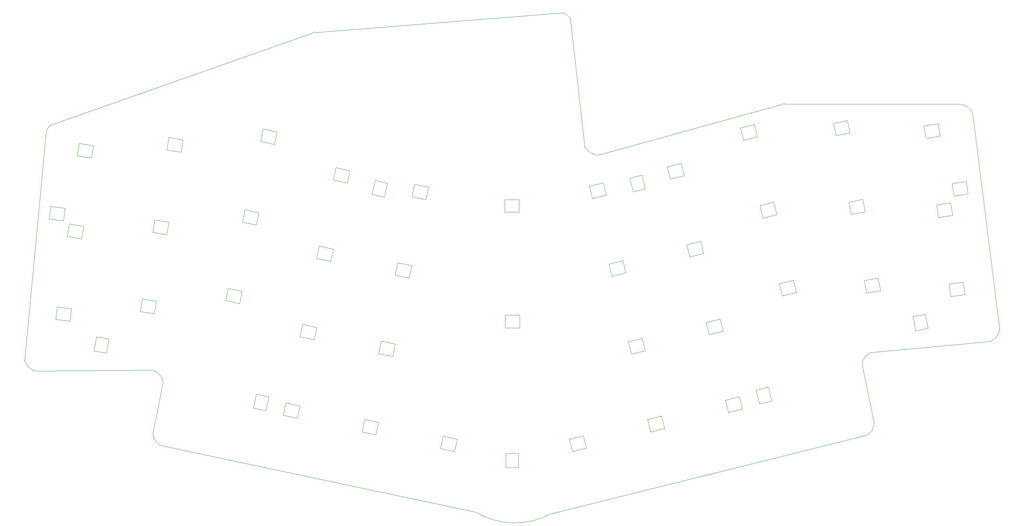
<source format=gm1>
G04 #@! TF.GenerationSoftware,KiCad,Pcbnew,(7.0.0-0)*
G04 #@! TF.CreationDate,2023-03-04T10:35:24+00:00*
G04 #@! TF.ProjectId,LeChiffre,4c654368-6966-4667-9265-2e6b69636164,rev?*
G04 #@! TF.SameCoordinates,Original*
G04 #@! TF.FileFunction,Profile,NP*
%FSLAX46Y46*%
G04 Gerber Fmt 4.6, Leading zero omitted, Abs format (unit mm)*
G04 Created by KiCad (PCBNEW (7.0.0-0)) date 2023-03-04 10:35:24*
%MOMM*%
%LPD*%
G01*
G04 APERTURE LIST*
G04 #@! TA.AperFunction,Profile*
%ADD10C,0.050000*%
G04 #@! TD*
G04 #@! TA.AperFunction,Profile*
%ADD11C,0.120000*%
G04 #@! TD*
G04 APERTURE END LIST*
D10*
X209599999Y-51550001D02*
G75*
G03*
X208700645Y-51641365I-369999J-829999D01*
G01*
X258150000Y-107949998D02*
G75*
G03*
X260398928Y-105349794I-1130000J3249998D01*
G01*
X62000986Y-117499785D02*
G75*
G03*
X59500000Y-114750000I-3630986J-790215D01*
G01*
X136150000Y-148500000D02*
X61500000Y-132700000D01*
X227800000Y-113400000D02*
X230650000Y-127350000D01*
X158550000Y-31350000D02*
X161950000Y-61600000D01*
X253999998Y-53750000D02*
G75*
G03*
X251149560Y-51603623I-3279998J-1390000D01*
G01*
X35947717Y-56293287D02*
G75*
G03*
X34200000Y-58300000I852283J-2506713D01*
G01*
X209600000Y-51550000D02*
X251150000Y-51600000D01*
X35950000Y-56300000D02*
X97300000Y-34700000D01*
X59550000Y-129900000D02*
X62000000Y-117500000D01*
X136150001Y-148499999D02*
G75*
G03*
X154202534Y-148804564I9289999J15479999D01*
G01*
X98250000Y-34500000D02*
X156650000Y-29850000D01*
X161950002Y-61600000D02*
G75*
G03*
X165149895Y-63701824I3419998J1720000D01*
G01*
X59500000Y-114750000D02*
X31800000Y-115000000D01*
X158546152Y-31351522D02*
G75*
G03*
X156650000Y-29850002I-2246152J-888478D01*
G01*
X98250078Y-34499757D02*
G75*
G03*
X97300000Y-34700000I-300078J-930243D01*
G01*
X228899999Y-130249999D02*
G75*
G03*
X230643431Y-127349884I-1639999J2959999D01*
G01*
X258150000Y-107950000D02*
X229900000Y-110550000D01*
X228900000Y-130250000D02*
X154200000Y-148800000D01*
X59550000Y-129900000D02*
G75*
G03*
X61500405Y-132699138I3400000J290000D01*
G01*
X208700645Y-51641365D02*
X165149895Y-63701825D01*
X29100000Y-112400000D02*
G75*
G03*
X31798837Y-115004651I3610000J1040000D01*
G01*
X229898384Y-110546313D02*
G75*
G03*
X227800000Y-113400000I1421616J-3243687D01*
G01*
X254000000Y-53750000D02*
X260400000Y-105350000D01*
X29100000Y-112400000D02*
X34200000Y-58300000D01*
D11*
X203467839Y-122781397D02*
X202645304Y-119482391D01*
X206378726Y-122055631D02*
X203467839Y-122781397D01*
X202645304Y-119482391D02*
X205556191Y-118756625D01*
X205556191Y-118756625D02*
X206378726Y-122055631D01*
X143124450Y-101715927D02*
X146524450Y-101715927D01*
X143124450Y-104715927D02*
X143124450Y-101715927D01*
X146524450Y-101715927D02*
X146524450Y-104715927D01*
X146524450Y-104715927D02*
X143124450Y-104715927D01*
X38323000Y-79250446D02*
X34948344Y-78836090D01*
X38688608Y-76272808D02*
X38323000Y-79250446D01*
X34948344Y-78836090D02*
X35313952Y-75858452D01*
X35313952Y-75858452D02*
X38688608Y-76272808D01*
X249114581Y-70453220D02*
X252472721Y-69921343D01*
X249583885Y-73416285D02*
X249114581Y-70453220D01*
X252472721Y-69921343D02*
X252942025Y-72884408D01*
X252942025Y-72884408D02*
X249583885Y-73416285D01*
X115174124Y-70320569D02*
X114467225Y-73646270D01*
X112239681Y-69696834D02*
X115174124Y-70320569D01*
X114467225Y-73646270D02*
X111532782Y-73022535D01*
X111532782Y-73022535D02*
X112239681Y-69696834D01*
X146227271Y-134497223D02*
X146227271Y-137897223D01*
X143227271Y-134497223D02*
X146227271Y-134497223D01*
X146227271Y-137897223D02*
X143227271Y-137897223D01*
X143227271Y-137897223D02*
X143227271Y-134497223D01*
X242775132Y-101475056D02*
X243423883Y-104812589D01*
X239830251Y-102047483D02*
X242775132Y-101475056D01*
X243423883Y-104812589D02*
X240479002Y-105385016D01*
X240479002Y-105385016D02*
X239830251Y-102047483D01*
X175539231Y-68405252D02*
X176361766Y-71704258D01*
X172628344Y-69131018D02*
X175539231Y-68405252D01*
X176361766Y-71704258D02*
X173450879Y-72430024D01*
X173450879Y-72430024D02*
X172628344Y-69131018D01*
X49094984Y-107335319D02*
X48563107Y-110693459D01*
X46131919Y-106866015D02*
X49094984Y-107335319D01*
X48563107Y-110693459D02*
X45600042Y-110224155D01*
X45600042Y-110224155D02*
X46131919Y-106866015D01*
X83404654Y-123772589D02*
X84111553Y-120446888D01*
X86339097Y-124396324D02*
X83404654Y-123772589D01*
X84111553Y-120446888D02*
X87045996Y-121070623D01*
X87045996Y-121070623D02*
X86339097Y-124396324D01*
X102975692Y-66646047D02*
X102351957Y-69580490D01*
X102351957Y-69580490D02*
X105677658Y-70287389D01*
X106301393Y-67352946D02*
X102975692Y-66646047D01*
X105677658Y-70287389D02*
X106301393Y-67352946D01*
X146427271Y-77223223D02*
X146427271Y-74223223D01*
X146427271Y-74223223D02*
X143027271Y-74223223D01*
X143027271Y-77223223D02*
X146427271Y-77223223D01*
X143027271Y-74223223D02*
X143027271Y-77223223D01*
X95054257Y-103913473D02*
X94430522Y-106847916D01*
X94430522Y-106847916D02*
X97756223Y-107554815D01*
X98379958Y-104620372D02*
X95054257Y-103913473D01*
X97756223Y-107554815D02*
X98379958Y-104620372D01*
X93795590Y-126188138D02*
X94419325Y-123253695D01*
X94419325Y-123253695D02*
X91093624Y-122546796D01*
X90469889Y-125481239D02*
X93795590Y-126188138D01*
X91093624Y-122546796D02*
X90469889Y-125481239D01*
X198903096Y-57223372D02*
X199628862Y-60134259D01*
X199628862Y-60134259D02*
X202927868Y-59311724D01*
X202202102Y-56400837D02*
X198903096Y-57223372D01*
X202927868Y-59311724D02*
X202202102Y-56400837D01*
X120350654Y-92881820D02*
X120974389Y-89947377D01*
X120974389Y-89947377D02*
X117648688Y-89240478D01*
X117024953Y-92174921D02*
X120350654Y-92881820D01*
X117648688Y-89240478D02*
X117024953Y-92174921D01*
X85709399Y-57468466D02*
X85060080Y-60397354D01*
X85060080Y-60397354D02*
X88379487Y-61133248D01*
X89028806Y-58204360D02*
X85709399Y-57468466D01*
X88379487Y-61133248D02*
X89028806Y-58204360D01*
X112426928Y-130136517D02*
X113050663Y-127202074D01*
X113050663Y-127202074D02*
X109724962Y-126495175D01*
X109101227Y-129429618D02*
X112426928Y-130136517D01*
X109724962Y-126495175D02*
X109101227Y-129429618D01*
X42592418Y-83535471D02*
X43061722Y-80572406D01*
X43061722Y-80572406D02*
X39703582Y-80040529D01*
X39234278Y-83003594D02*
X42592418Y-83535471D01*
X39703582Y-80040529D02*
X39234278Y-83003594D01*
X77410725Y-95294328D02*
X76786990Y-98228771D01*
X76786990Y-98228771D02*
X80112691Y-98935670D01*
X80736426Y-96001227D02*
X77410725Y-95294328D01*
X80112691Y-98935670D02*
X80736426Y-96001227D01*
X101716941Y-88921102D02*
X102340676Y-85986659D01*
X102340676Y-85986659D02*
X99014975Y-85279760D01*
X98391240Y-88214203D02*
X101716941Y-88921102D01*
X99014975Y-85279760D02*
X98391240Y-88214203D01*
X84073410Y-80301956D02*
X84697145Y-77367513D01*
X84697145Y-77367513D02*
X81371444Y-76660614D01*
X80747709Y-79595057D02*
X84073410Y-80301956D01*
X81371444Y-76660614D02*
X80747709Y-79595057D01*
X63318560Y-59475527D02*
X62823417Y-62434383D01*
X62823417Y-62434383D02*
X66176788Y-62995545D01*
X66671931Y-60036689D02*
X63318560Y-59475527D01*
X66176788Y-62995545D02*
X66671931Y-60036689D01*
X228537352Y-77098892D02*
X227964925Y-74154011D01*
X227964925Y-74154011D02*
X224627392Y-74802762D01*
X225199819Y-77747643D02*
X228537352Y-77098892D01*
X224627392Y-74802762D02*
X225199819Y-77747643D01*
X163086982Y-71061631D02*
X163812748Y-73972518D01*
X163812748Y-73972518D02*
X167111754Y-73149983D01*
X166385988Y-70239096D02*
X163086982Y-71061631D01*
X167111754Y-73149983D02*
X166385988Y-70239096D01*
X162367487Y-133254657D02*
X161641721Y-130343770D01*
X161641721Y-130343770D02*
X158342715Y-131166305D01*
X159068481Y-134077192D02*
X162367487Y-133254657D01*
X158342715Y-131166305D02*
X159068481Y-134077192D01*
X249247103Y-77970033D02*
X248777799Y-75006968D01*
X248777799Y-75006968D02*
X245419659Y-75538845D01*
X245888963Y-78501910D02*
X249247103Y-77970033D01*
X245419659Y-75538845D02*
X245888963Y-78501910D01*
X190788340Y-103421286D02*
X191514106Y-106332173D01*
X191514106Y-106332173D02*
X194813112Y-105509638D01*
X194087346Y-102598751D02*
X190788340Y-103421286D01*
X194813112Y-105509638D02*
X194087346Y-102598751D01*
X172304205Y-108029899D02*
X173029971Y-110940786D01*
X173029971Y-110940786D02*
X176328977Y-110118251D01*
X175603211Y-107207364D02*
X172304205Y-108029899D01*
X176328977Y-110118251D02*
X175603211Y-107207364D01*
X190204500Y-87025502D02*
X189478734Y-84114615D01*
X189478734Y-84114615D02*
X186179728Y-84937150D01*
X186905494Y-87848037D02*
X190204500Y-87025502D01*
X186179728Y-84937150D02*
X186905494Y-87848037D01*
X199388481Y-124007053D02*
X198662715Y-121096166D01*
X198662715Y-121096166D02*
X195363709Y-121918701D01*
X196089475Y-124829588D02*
X199388481Y-124007053D01*
X195363709Y-121918701D02*
X196089475Y-124829588D01*
X228262303Y-93502760D02*
X228834730Y-96447641D01*
X228834730Y-96447641D02*
X232172263Y-95798890D01*
X231599836Y-92854009D02*
X228262303Y-93502760D01*
X232172263Y-95798890D02*
X231599836Y-92854009D01*
X208120318Y-94191641D02*
X208846084Y-97102528D01*
X208846084Y-97102528D02*
X212145090Y-96279993D01*
X211419324Y-93369106D02*
X208120318Y-94191641D01*
X212145090Y-96279993D02*
X211419324Y-93369106D01*
X121609404Y-70606765D02*
X120985669Y-73541208D01*
X120985669Y-73541208D02*
X124311370Y-74248107D01*
X124935105Y-71313664D02*
X121609404Y-70606765D01*
X124311370Y-74248107D02*
X124935105Y-71313664D01*
X180909657Y-128593241D02*
X180183891Y-125682354D01*
X180183891Y-125682354D02*
X176884885Y-126504889D01*
X177610651Y-129415776D02*
X180909657Y-128593241D01*
X176884885Y-126504889D02*
X177610651Y-129415776D01*
X113687970Y-107874190D02*
X113064235Y-110808633D01*
X113064235Y-110808633D02*
X116389936Y-111515532D01*
X117013671Y-108581089D02*
X113687970Y-107874190D01*
X116389936Y-111515532D02*
X117013671Y-108581089D01*
X248399734Y-94354309D02*
X248869038Y-97317374D01*
X248869038Y-97317374D02*
X252227178Y-96785497D01*
X251757874Y-93822432D02*
X248399734Y-94354309D01*
X252227178Y-96785497D02*
X251757874Y-93822432D01*
X56999536Y-97860206D02*
X56530232Y-100823271D01*
X56530232Y-100823271D02*
X59888372Y-101355148D01*
X60357676Y-98392083D02*
X56999536Y-97860206D01*
X59888372Y-101355148D02*
X60357676Y-98392083D01*
X220992480Y-56102765D02*
X221564907Y-59047646D01*
X221564907Y-59047646D02*
X224902440Y-58398895D01*
X224330013Y-55454014D02*
X220992480Y-56102765D01*
X224902440Y-58398895D02*
X224330013Y-55454014D01*
X181571115Y-66453019D02*
X182296881Y-69363906D01*
X182296881Y-69363906D02*
X185595887Y-68541371D01*
X184870121Y-65630484D02*
X181571115Y-66453019D01*
X185595887Y-68541371D02*
X184870121Y-65630484D01*
X36862503Y-99720031D02*
X36496895Y-102697669D01*
X36496895Y-102697669D02*
X39871551Y-103112025D01*
X40237159Y-100134387D02*
X36862503Y-99720031D01*
X39871551Y-103112025D02*
X40237159Y-100134387D01*
X242439581Y-56723382D02*
X242908885Y-59686447D01*
X242908885Y-59686447D02*
X246267025Y-59154570D01*
X245797721Y-56191505D02*
X242439581Y-56723382D01*
X246267025Y-59154570D02*
X245797721Y-56191505D01*
X62868450Y-82539688D02*
X63337754Y-79576623D01*
X63337754Y-79576623D02*
X59979614Y-79044746D01*
X59510310Y-82007811D02*
X62868450Y-82539688D01*
X59979614Y-79044746D02*
X59510310Y-82007811D01*
X42087539Y-60865970D02*
X41592396Y-63824826D01*
X41592396Y-63824826D02*
X44945767Y-64385988D01*
X45440910Y-61427132D02*
X42087539Y-60865970D01*
X44945767Y-64385988D02*
X45440910Y-61427132D01*
X171720365Y-91634116D02*
X170994599Y-88723229D01*
X170994599Y-88723229D02*
X167695593Y-89545764D01*
X168421359Y-92456651D02*
X171720365Y-91634116D01*
X167695593Y-89545764D02*
X168421359Y-92456651D01*
X131100071Y-134090347D02*
X131723806Y-131155904D01*
X131723806Y-131155904D02*
X128398105Y-130449005D01*
X127774370Y-133383448D02*
X131100071Y-134090347D01*
X128398105Y-130449005D02*
X127774370Y-133383448D01*
X207536478Y-77795858D02*
X206810712Y-74884971D01*
X206810712Y-74884971D02*
X203511706Y-75707506D01*
X204237472Y-78618393D02*
X207536478Y-77795858D01*
X203511706Y-75707506D02*
X204237472Y-78618393D01*
M02*

</source>
